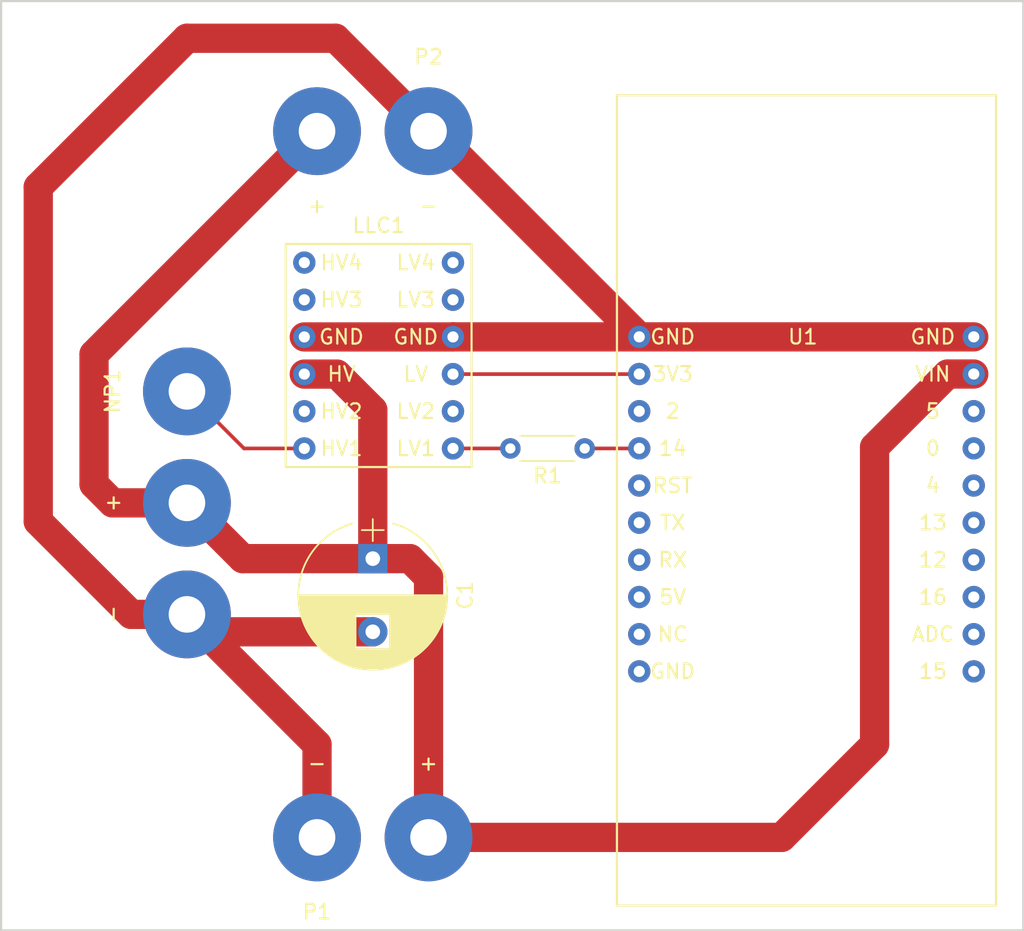
<source format=kicad_pcb>
(kicad_pcb (version 4) (host pcbnew 4.0.4-stable)

  (general
    (links 16)
    (no_connects 0)
    (area 0 0 0 0)
    (thickness 1.6)
    (drawings 4)
    (tracks 42)
    (zones 0)
    (modules 7)
    (nets 28)
  )

  (page A4)
  (layers
    (0 F.Cu signal)
    (31 B.Cu signal)
    (32 B.Adhes user)
    (33 F.Adhes user)
    (34 B.Paste user)
    (35 F.Paste user)
    (36 B.SilkS user)
    (37 F.SilkS user)
    (38 B.Mask user)
    (39 F.Mask user)
    (40 Dwgs.User user)
    (41 Cmts.User user)
    (42 Eco1.User user)
    (43 Eco2.User user)
    (44 Edge.Cuts user)
    (45 Margin user)
    (46 B.CrtYd user)
    (47 F.CrtYd user)
    (48 B.Fab user)
    (49 F.Fab user)
  )

  (setup
    (last_trace_width 0.25)
    (trace_clearance 0.79375)
    (zone_clearance 0.508)
    (zone_45_only no)
    (trace_min 0.2)
    (segment_width 0.2)
    (edge_width 0.15)
    (via_size 0.8)
    (via_drill 0.79375)
    (via_min_size 0.79375)
    (via_min_drill 0.79375)
    (uvia_size 0.8)
    (uvia_drill 0.79375)
    (uvias_allowed no)
    (uvia_min_size 0.7937)
    (uvia_min_drill 0.7937)
    (pcb_text_width 0.3)
    (pcb_text_size 1.5 1.5)
    (mod_edge_width 0.15)
    (mod_text_size 1 1)
    (mod_text_width 0.15)
    (pad_size 1.524 1.524)
    (pad_drill 0.762)
    (pad_to_mask_clearance 0.2)
    (aux_axis_origin 0 0)
    (visible_elements FFFFFF7F)
    (pcbplotparams
      (layerselection 0x00030_80000001)
      (usegerberextensions false)
      (excludeedgelayer true)
      (linewidth 0.100000)
      (plotframeref false)
      (viasonmask false)
      (mode 1)
      (useauxorigin false)
      (hpglpennumber 1)
      (hpglpenspeed 20)
      (hpglpendiameter 15)
      (hpglpenoverlay 2)
      (psnegative false)
      (psa4output false)
      (plotreference true)
      (plotvalue true)
      (plotinvisibletext false)
      (padsonsilk false)
      (subtractmaskfromsilk false)
      (outputformat 1)
      (mirror false)
      (drillshape 1)
      (scaleselection 1)
      (outputdirectory ""))
  )

  (net 0 "")
  (net 1 "Net-(LLC1-PadL1)")
  (net 2 "Net-(LLC1-PadL2)")
  (net 3 "Net-(LLC1-PadL3)")
  (net 4 "Net-(LLC1-PadL5)")
  (net 5 "Net-(LLC1-PadL6)")
  (net 6 "Net-(LLC1-PadR1)")
  (net 7 "Net-(LLC1-PadR2)")
  (net 8 "Net-(LLC1-PadR5)")
  (net 9 "Net-(LLC1-PadR6)")
  (net 10 "Net-(R1-Pad1)")
  (net 11 "Net-(U1-PadR3)")
  (net 12 "Net-(U1-PadR4)")
  (net 13 "Net-(U1-PadR5)")
  (net 14 "Net-(U1-PadR6)")
  (net 15 "Net-(U1-PadR7)")
  (net 16 "Net-(U1-PadR8)")
  (net 17 "Net-(U1-PadR9)")
  (net 18 "Net-(U1-PadR10)")
  (net 19 "Net-(U1-PadL10)")
  (net 20 "Net-(U1-PadL9)")
  (net 21 "Net-(U1-PadL8)")
  (net 22 "Net-(U1-PadL7)")
  (net 23 "Net-(U1-PadL6)")
  (net 24 "Net-(U1-PadL5)")
  (net 25 "Net-(U1-PadL3)")
  (net 26 /5v)
  (net 27 /GND)

  (net_class Default "This is the default net class."
    (clearance 0.79375)
    (trace_width 0.25)
    (via_dia 0.8)
    (via_drill 0.79375)
    (uvia_dia 0.8)
    (uvia_drill 0.79375)
    (add_net "Net-(LLC1-PadL1)")
    (add_net "Net-(LLC1-PadL2)")
    (add_net "Net-(LLC1-PadL3)")
    (add_net "Net-(LLC1-PadL5)")
    (add_net "Net-(LLC1-PadL6)")
    (add_net "Net-(LLC1-PadR1)")
    (add_net "Net-(LLC1-PadR2)")
    (add_net "Net-(LLC1-PadR5)")
    (add_net "Net-(LLC1-PadR6)")
    (add_net "Net-(R1-Pad1)")
    (add_net "Net-(U1-PadL10)")
    (add_net "Net-(U1-PadL3)")
    (add_net "Net-(U1-PadL5)")
    (add_net "Net-(U1-PadL6)")
    (add_net "Net-(U1-PadL7)")
    (add_net "Net-(U1-PadL8)")
    (add_net "Net-(U1-PadL9)")
    (add_net "Net-(U1-PadR10)")
    (add_net "Net-(U1-PadR3)")
    (add_net "Net-(U1-PadR4)")
    (add_net "Net-(U1-PadR5)")
    (add_net "Net-(U1-PadR6)")
    (add_net "Net-(U1-PadR7)")
    (add_net "Net-(U1-PadR8)")
    (add_net "Net-(U1-PadR9)")
  )

  (net_class "High Current" ""
    (clearance 0.79375)
    (trace_width 2)
    (via_dia 0.8)
    (via_drill 0.79375)
    (uvia_dia 0.8)
    (uvia_drill 0.79375)
    (add_net /5v)
    (add_net /GND)
  )

  (module Capacitors_ThroughHole:CP_Radial_D10.0mm_P5.00mm (layer F.Cu) (tedit 597BC7C2) (tstamp 5A0792A1)
    (at 160.02 113.03 270)
    (descr "CP, Radial series, Radial, pin pitch=5.00mm, , diameter=10mm, Electrolytic Capacitor")
    (tags "CP Radial series Radial pin pitch 5.00mm  diameter 10mm Electrolytic Capacitor")
    (path /5A07B05B)
    (fp_text reference C1 (at 2.5 -6.31 270) (layer F.SilkS)
      (effects (font (size 1 1) (thickness 0.15)))
    )
    (fp_text value 1000µF (at 2.5 6.31 270) (layer F.Fab)
      (effects (font (size 1 1) (thickness 0.15)))
    )
    (fp_arc (start 2.5 0) (end -2.399357 -1.38) (angle 148.5) (layer F.SilkS) (width 0.12))
    (fp_arc (start 2.5 0) (end -2.399357 1.38) (angle -148.5) (layer F.SilkS) (width 0.12))
    (fp_arc (start 2.5 0) (end 7.399357 -1.38) (angle 31.5) (layer F.SilkS) (width 0.12))
    (fp_circle (center 2.5 0) (end 7.5 0) (layer F.Fab) (width 0.1))
    (fp_line (start -2.7 0) (end -1.2 0) (layer F.Fab) (width 0.1))
    (fp_line (start -1.95 -0.75) (end -1.95 0.75) (layer F.Fab) (width 0.1))
    (fp_line (start 2.5 -5.05) (end 2.5 5.05) (layer F.SilkS) (width 0.12))
    (fp_line (start 2.54 -5.05) (end 2.54 5.05) (layer F.SilkS) (width 0.12))
    (fp_line (start 2.58 -5.05) (end 2.58 5.05) (layer F.SilkS) (width 0.12))
    (fp_line (start 2.62 -5.049) (end 2.62 5.049) (layer F.SilkS) (width 0.12))
    (fp_line (start 2.66 -5.048) (end 2.66 5.048) (layer F.SilkS) (width 0.12))
    (fp_line (start 2.7 -5.047) (end 2.7 5.047) (layer F.SilkS) (width 0.12))
    (fp_line (start 2.74 -5.045) (end 2.74 5.045) (layer F.SilkS) (width 0.12))
    (fp_line (start 2.78 -5.043) (end 2.78 5.043) (layer F.SilkS) (width 0.12))
    (fp_line (start 2.82 -5.04) (end 2.82 5.04) (layer F.SilkS) (width 0.12))
    (fp_line (start 2.86 -5.038) (end 2.86 5.038) (layer F.SilkS) (width 0.12))
    (fp_line (start 2.9 -5.035) (end 2.9 5.035) (layer F.SilkS) (width 0.12))
    (fp_line (start 2.94 -5.031) (end 2.94 5.031) (layer F.SilkS) (width 0.12))
    (fp_line (start 2.98 -5.028) (end 2.98 5.028) (layer F.SilkS) (width 0.12))
    (fp_line (start 3.02 -5.024) (end 3.02 5.024) (layer F.SilkS) (width 0.12))
    (fp_line (start 3.06 -5.02) (end 3.06 5.02) (layer F.SilkS) (width 0.12))
    (fp_line (start 3.1 -5.015) (end 3.1 5.015) (layer F.SilkS) (width 0.12))
    (fp_line (start 3.14 -5.01) (end 3.14 5.01) (layer F.SilkS) (width 0.12))
    (fp_line (start 3.18 -5.005) (end 3.18 5.005) (layer F.SilkS) (width 0.12))
    (fp_line (start 3.221 -4.999) (end 3.221 4.999) (layer F.SilkS) (width 0.12))
    (fp_line (start 3.261 -4.993) (end 3.261 4.993) (layer F.SilkS) (width 0.12))
    (fp_line (start 3.301 -4.987) (end 3.301 4.987) (layer F.SilkS) (width 0.12))
    (fp_line (start 3.341 -4.981) (end 3.341 4.981) (layer F.SilkS) (width 0.12))
    (fp_line (start 3.381 -4.974) (end 3.381 4.974) (layer F.SilkS) (width 0.12))
    (fp_line (start 3.421 -4.967) (end 3.421 4.967) (layer F.SilkS) (width 0.12))
    (fp_line (start 3.461 -4.959) (end 3.461 4.959) (layer F.SilkS) (width 0.12))
    (fp_line (start 3.501 -4.951) (end 3.501 4.951) (layer F.SilkS) (width 0.12))
    (fp_line (start 3.541 -4.943) (end 3.541 4.943) (layer F.SilkS) (width 0.12))
    (fp_line (start 3.581 -4.935) (end 3.581 4.935) (layer F.SilkS) (width 0.12))
    (fp_line (start 3.621 -4.926) (end 3.621 4.926) (layer F.SilkS) (width 0.12))
    (fp_line (start 3.661 -4.917) (end 3.661 4.917) (layer F.SilkS) (width 0.12))
    (fp_line (start 3.701 -4.907) (end 3.701 4.907) (layer F.SilkS) (width 0.12))
    (fp_line (start 3.741 -4.897) (end 3.741 4.897) (layer F.SilkS) (width 0.12))
    (fp_line (start 3.781 -4.887) (end 3.781 4.887) (layer F.SilkS) (width 0.12))
    (fp_line (start 3.821 -4.876) (end 3.821 -1.181) (layer F.SilkS) (width 0.12))
    (fp_line (start 3.821 1.181) (end 3.821 4.876) (layer F.SilkS) (width 0.12))
    (fp_line (start 3.861 -4.865) (end 3.861 -1.181) (layer F.SilkS) (width 0.12))
    (fp_line (start 3.861 1.181) (end 3.861 4.865) (layer F.SilkS) (width 0.12))
    (fp_line (start 3.901 -4.854) (end 3.901 -1.181) (layer F.SilkS) (width 0.12))
    (fp_line (start 3.901 1.181) (end 3.901 4.854) (layer F.SilkS) (width 0.12))
    (fp_line (start 3.941 -4.843) (end 3.941 -1.181) (layer F.SilkS) (width 0.12))
    (fp_line (start 3.941 1.181) (end 3.941 4.843) (layer F.SilkS) (width 0.12))
    (fp_line (start 3.981 -4.831) (end 3.981 -1.181) (layer F.SilkS) (width 0.12))
    (fp_line (start 3.981 1.181) (end 3.981 4.831) (layer F.SilkS) (width 0.12))
    (fp_line (start 4.021 -4.818) (end 4.021 -1.181) (layer F.SilkS) (width 0.12))
    (fp_line (start 4.021 1.181) (end 4.021 4.818) (layer F.SilkS) (width 0.12))
    (fp_line (start 4.061 -4.806) (end 4.061 -1.181) (layer F.SilkS) (width 0.12))
    (fp_line (start 4.061 1.181) (end 4.061 4.806) (layer F.SilkS) (width 0.12))
    (fp_line (start 4.101 -4.792) (end 4.101 -1.181) (layer F.SilkS) (width 0.12))
    (fp_line (start 4.101 1.181) (end 4.101 4.792) (layer F.SilkS) (width 0.12))
    (fp_line (start 4.141 -4.779) (end 4.141 -1.181) (layer F.SilkS) (width 0.12))
    (fp_line (start 4.141 1.181) (end 4.141 4.779) (layer F.SilkS) (width 0.12))
    (fp_line (start 4.181 -4.765) (end 4.181 -1.181) (layer F.SilkS) (width 0.12))
    (fp_line (start 4.181 1.181) (end 4.181 4.765) (layer F.SilkS) (width 0.12))
    (fp_line (start 4.221 -4.751) (end 4.221 -1.181) (layer F.SilkS) (width 0.12))
    (fp_line (start 4.221 1.181) (end 4.221 4.751) (layer F.SilkS) (width 0.12))
    (fp_line (start 4.261 -4.737) (end 4.261 -1.181) (layer F.SilkS) (width 0.12))
    (fp_line (start 4.261 1.181) (end 4.261 4.737) (layer F.SilkS) (width 0.12))
    (fp_line (start 4.301 -4.722) (end 4.301 -1.181) (layer F.SilkS) (width 0.12))
    (fp_line (start 4.301 1.181) (end 4.301 4.722) (layer F.SilkS) (width 0.12))
    (fp_line (start 4.341 -4.706) (end 4.341 -1.181) (layer F.SilkS) (width 0.12))
    (fp_line (start 4.341 1.181) (end 4.341 4.706) (layer F.SilkS) (width 0.12))
    (fp_line (start 4.381 -4.691) (end 4.381 -1.181) (layer F.SilkS) (width 0.12))
    (fp_line (start 4.381 1.181) (end 4.381 4.691) (layer F.SilkS) (width 0.12))
    (fp_line (start 4.421 -4.674) (end 4.421 -1.181) (layer F.SilkS) (width 0.12))
    (fp_line (start 4.421 1.181) (end 4.421 4.674) (layer F.SilkS) (width 0.12))
    (fp_line (start 4.461 -4.658) (end 4.461 -1.181) (layer F.SilkS) (width 0.12))
    (fp_line (start 4.461 1.181) (end 4.461 4.658) (layer F.SilkS) (width 0.12))
    (fp_line (start 4.501 -4.641) (end 4.501 -1.181) (layer F.SilkS) (width 0.12))
    (fp_line (start 4.501 1.181) (end 4.501 4.641) (layer F.SilkS) (width 0.12))
    (fp_line (start 4.541 -4.624) (end 4.541 -1.181) (layer F.SilkS) (width 0.12))
    (fp_line (start 4.541 1.181) (end 4.541 4.624) (layer F.SilkS) (width 0.12))
    (fp_line (start 4.581 -4.606) (end 4.581 -1.181) (layer F.SilkS) (width 0.12))
    (fp_line (start 4.581 1.181) (end 4.581 4.606) (layer F.SilkS) (width 0.12))
    (fp_line (start 4.621 -4.588) (end 4.621 -1.181) (layer F.SilkS) (width 0.12))
    (fp_line (start 4.621 1.181) (end 4.621 4.588) (layer F.SilkS) (width 0.12))
    (fp_line (start 4.661 -4.569) (end 4.661 -1.181) (layer F.SilkS) (width 0.12))
    (fp_line (start 4.661 1.181) (end 4.661 4.569) (layer F.SilkS) (width 0.12))
    (fp_line (start 4.701 -4.55) (end 4.701 -1.181) (layer F.SilkS) (width 0.12))
    (fp_line (start 4.701 1.181) (end 4.701 4.55) (layer F.SilkS) (width 0.12))
    (fp_line (start 4.741 -4.531) (end 4.741 -1.181) (layer F.SilkS) (width 0.12))
    (fp_line (start 4.741 1.181) (end 4.741 4.531) (layer F.SilkS) (width 0.12))
    (fp_line (start 4.781 -4.511) (end 4.781 -1.181) (layer F.SilkS) (width 0.12))
    (fp_line (start 4.781 1.181) (end 4.781 4.511) (layer F.SilkS) (width 0.12))
    (fp_line (start 4.821 -4.491) (end 4.821 -1.181) (layer F.SilkS) (width 0.12))
    (fp_line (start 4.821 1.181) (end 4.821 4.491) (layer F.SilkS) (width 0.12))
    (fp_line (start 4.861 -4.47) (end 4.861 -1.181) (layer F.SilkS) (width 0.12))
    (fp_line (start 4.861 1.181) (end 4.861 4.47) (layer F.SilkS) (width 0.12))
    (fp_line (start 4.901 -4.449) (end 4.901 -1.181) (layer F.SilkS) (width 0.12))
    (fp_line (start 4.901 1.181) (end 4.901 4.449) (layer F.SilkS) (width 0.12))
    (fp_line (start 4.941 -4.428) (end 4.941 -1.181) (layer F.SilkS) (width 0.12))
    (fp_line (start 4.941 1.181) (end 4.941 4.428) (layer F.SilkS) (width 0.12))
    (fp_line (start 4.981 -4.405) (end 4.981 -1.181) (layer F.SilkS) (width 0.12))
    (fp_line (start 4.981 1.181) (end 4.981 4.405) (layer F.SilkS) (width 0.12))
    (fp_line (start 5.021 -4.383) (end 5.021 -1.181) (layer F.SilkS) (width 0.12))
    (fp_line (start 5.021 1.181) (end 5.021 4.383) (layer F.SilkS) (width 0.12))
    (fp_line (start 5.061 -4.36) (end 5.061 -1.181) (layer F.SilkS) (width 0.12))
    (fp_line (start 5.061 1.181) (end 5.061 4.36) (layer F.SilkS) (width 0.12))
    (fp_line (start 5.101 -4.336) (end 5.101 -1.181) (layer F.SilkS) (width 0.12))
    (fp_line (start 5.101 1.181) (end 5.101 4.336) (layer F.SilkS) (width 0.12))
    (fp_line (start 5.141 -4.312) (end 5.141 -1.181) (layer F.SilkS) (width 0.12))
    (fp_line (start 5.141 1.181) (end 5.141 4.312) (layer F.SilkS) (width 0.12))
    (fp_line (start 5.181 -4.288) (end 5.181 -1.181) (layer F.SilkS) (width 0.12))
    (fp_line (start 5.181 1.181) (end 5.181 4.288) (layer F.SilkS) (width 0.12))
    (fp_line (start 5.221 -4.263) (end 5.221 -1.181) (layer F.SilkS) (width 0.12))
    (fp_line (start 5.221 1.181) (end 5.221 4.263) (layer F.SilkS) (width 0.12))
    (fp_line (start 5.261 -4.237) (end 5.261 -1.181) (layer F.SilkS) (width 0.12))
    (fp_line (start 5.261 1.181) (end 5.261 4.237) (layer F.SilkS) (width 0.12))
    (fp_line (start 5.301 -4.211) (end 5.301 -1.181) (layer F.SilkS) (width 0.12))
    (fp_line (start 5.301 1.181) (end 5.301 4.211) (layer F.SilkS) (width 0.12))
    (fp_line (start 5.341 -4.185) (end 5.341 -1.181) (layer F.SilkS) (width 0.12))
    (fp_line (start 5.341 1.181) (end 5.341 4.185) (layer F.SilkS) (width 0.12))
    (fp_line (start 5.381 -4.157) (end 5.381 -1.181) (layer F.SilkS) (width 0.12))
    (fp_line (start 5.381 1.181) (end 5.381 4.157) (layer F.SilkS) (width 0.12))
    (fp_line (start 5.421 -4.13) (end 5.421 -1.181) (layer F.SilkS) (width 0.12))
    (fp_line (start 5.421 1.181) (end 5.421 4.13) (layer F.SilkS) (width 0.12))
    (fp_line (start 5.461 -4.101) (end 5.461 -1.181) (layer F.SilkS) (width 0.12))
    (fp_line (start 5.461 1.181) (end 5.461 4.101) (layer F.SilkS) (width 0.12))
    (fp_line (start 5.501 -4.072) (end 5.501 -1.181) (layer F.SilkS) (width 0.12))
    (fp_line (start 5.501 1.181) (end 5.501 4.072) (layer F.SilkS) (width 0.12))
    (fp_line (start 5.541 -4.043) (end 5.541 -1.181) (layer F.SilkS) (width 0.12))
    (fp_line (start 5.541 1.181) (end 5.541 4.043) (layer F.SilkS) (width 0.12))
    (fp_line (start 5.581 -4.013) (end 5.581 -1.181) (layer F.SilkS) (width 0.12))
    (fp_line (start 5.581 1.181) (end 5.581 4.013) (layer F.SilkS) (width 0.12))
    (fp_line (start 5.621 -3.982) (end 5.621 -1.181) (layer F.SilkS) (width 0.12))
    (fp_line (start 5.621 1.181) (end 5.621 3.982) (layer F.SilkS) (width 0.12))
    (fp_line (start 5.661 -3.951) (end 5.661 -1.181) (layer F.SilkS) (width 0.12))
    (fp_line (start 5.661 1.181) (end 5.661 3.951) (layer F.SilkS) (width 0.12))
    (fp_line (start 5.701 -3.919) (end 5.701 -1.181) (layer F.SilkS) (width 0.12))
    (fp_line (start 5.701 1.181) (end 5.701 3.919) (layer F.SilkS) (width 0.12))
    (fp_line (start 5.741 -3.886) (end 5.741 -1.181) (layer F.SilkS) (width 0.12))
    (fp_line (start 5.741 1.181) (end 5.741 3.886) (layer F.SilkS) (width 0.12))
    (fp_line (start 5.781 -3.853) (end 5.781 -1.181) (layer F.SilkS) (width 0.12))
    (fp_line (start 5.781 1.181) (end 5.781 3.853) (layer F.SilkS) (width 0.12))
    (fp_line (start 5.821 -3.819) (end 5.821 -1.181) (layer F.SilkS) (width 0.12))
    (fp_line (start 5.821 1.181) (end 5.821 3.819) (layer F.SilkS) (width 0.12))
    (fp_line (start 5.861 -3.784) (end 5.861 -1.181) (layer F.SilkS) (width 0.12))
    (fp_line (start 5.861 1.181) (end 5.861 3.784) (layer F.SilkS) (width 0.12))
    (fp_line (start 5.901 -3.748) (end 5.901 -1.181) (layer F.SilkS) (width 0.12))
    (fp_line (start 5.901 1.181) (end 5.901 3.748) (layer F.SilkS) (width 0.12))
    (fp_line (start 5.941 -3.712) (end 5.941 -1.181) (layer F.SilkS) (width 0.12))
    (fp_line (start 5.941 1.181) (end 5.941 3.712) (layer F.SilkS) (width 0.12))
    (fp_line (start 5.981 -3.675) (end 5.981 -1.181) (layer F.SilkS) (width 0.12))
    (fp_line (start 5.981 1.181) (end 5.981 3.675) (layer F.SilkS) (width 0.12))
    (fp_line (start 6.021 -3.637) (end 6.021 -1.181) (layer F.SilkS) (width 0.12))
    (fp_line (start 6.021 1.181) (end 6.021 3.637) (layer F.SilkS) (width 0.12))
    (fp_line (start 6.061 -3.598) (end 6.061 -1.181) (layer F.SilkS) (width 0.12))
    (fp_line (start 6.061 1.181) (end 6.061 3.598) (layer F.SilkS) (width 0.12))
    (fp_line (start 6.101 -3.559) (end 6.101 -1.181) (layer F.SilkS) (width 0.12))
    (fp_line (start 6.101 1.181) (end 6.101 3.559) (layer F.SilkS) (width 0.12))
    (fp_line (start 6.141 -3.518) (end 6.141 -1.181) (layer F.SilkS) (width 0.12))
    (fp_line (start 6.141 1.181) (end 6.141 3.518) (layer F.SilkS) (width 0.12))
    (fp_line (start 6.181 -3.477) (end 6.181 3.477) (layer F.SilkS) (width 0.12))
    (fp_line (start 6.221 -3.435) (end 6.221 3.435) (layer F.SilkS) (width 0.12))
    (fp_line (start 6.261 -3.391) (end 6.261 3.391) (layer F.SilkS) (width 0.12))
    (fp_line (start 6.301 -3.347) (end 6.301 3.347) (layer F.SilkS) (width 0.12))
    (fp_line (start 6.341 -3.302) (end 6.341 3.302) (layer F.SilkS) (width 0.12))
    (fp_line (start 6.381 -3.255) (end 6.381 3.255) (layer F.SilkS) (width 0.12))
    (fp_line (start 6.421 -3.207) (end 6.421 3.207) (layer F.SilkS) (width 0.12))
    (fp_line (start 6.461 -3.158) (end 6.461 3.158) (layer F.SilkS) (width 0.12))
    (fp_line (start 6.501 -3.108) (end 6.501 3.108) (layer F.SilkS) (width 0.12))
    (fp_line (start 6.541 -3.057) (end 6.541 3.057) (layer F.SilkS) (width 0.12))
    (fp_line (start 6.581 -3.004) (end 6.581 3.004) (layer F.SilkS) (width 0.12))
    (fp_line (start 6.621 -2.949) (end 6.621 2.949) (layer F.SilkS) (width 0.12))
    (fp_line (start 6.661 -2.894) (end 6.661 2.894) (layer F.SilkS) (width 0.12))
    (fp_line (start 6.701 -2.836) (end 6.701 2.836) (layer F.SilkS) (width 0.12))
    (fp_line (start 6.741 -2.777) (end 6.741 2.777) (layer F.SilkS) (width 0.12))
    (fp_line (start 6.781 -2.715) (end 6.781 2.715) (layer F.SilkS) (width 0.12))
    (fp_line (start 6.821 -2.652) (end 6.821 2.652) (layer F.SilkS) (width 0.12))
    (fp_line (start 6.861 -2.587) (end 6.861 2.587) (layer F.SilkS) (width 0.12))
    (fp_line (start 6.901 -2.519) (end 6.901 2.519) (layer F.SilkS) (width 0.12))
    (fp_line (start 6.941 -2.449) (end 6.941 2.449) (layer F.SilkS) (width 0.12))
    (fp_line (start 6.981 -2.377) (end 6.981 2.377) (layer F.SilkS) (width 0.12))
    (fp_line (start 7.021 -2.301) (end 7.021 2.301) (layer F.SilkS) (width 0.12))
    (fp_line (start 7.061 -2.222) (end 7.061 2.222) (layer F.SilkS) (width 0.12))
    (fp_line (start 7.101 -2.14) (end 7.101 2.14) (layer F.SilkS) (width 0.12))
    (fp_line (start 7.141 -2.053) (end 7.141 2.053) (layer F.SilkS) (width 0.12))
    (fp_line (start 7.181 -1.962) (end 7.181 1.962) (layer F.SilkS) (width 0.12))
    (fp_line (start 7.221 -1.866) (end 7.221 1.866) (layer F.SilkS) (width 0.12))
    (fp_line (start 7.261 -1.763) (end 7.261 1.763) (layer F.SilkS) (width 0.12))
    (fp_line (start 7.301 -1.654) (end 7.301 1.654) (layer F.SilkS) (width 0.12))
    (fp_line (start 7.341 -1.536) (end 7.341 1.536) (layer F.SilkS) (width 0.12))
    (fp_line (start 7.381 -1.407) (end 7.381 1.407) (layer F.SilkS) (width 0.12))
    (fp_line (start 7.421 -1.265) (end 7.421 1.265) (layer F.SilkS) (width 0.12))
    (fp_line (start 7.461 -1.104) (end 7.461 1.104) (layer F.SilkS) (width 0.12))
    (fp_line (start 7.501 -0.913) (end 7.501 0.913) (layer F.SilkS) (width 0.12))
    (fp_line (start 7.541 -0.672) (end 7.541 0.672) (layer F.SilkS) (width 0.12))
    (fp_line (start 7.581 -0.279) (end 7.581 0.279) (layer F.SilkS) (width 0.12))
    (fp_line (start -2.7 0) (end -1.2 0) (layer F.SilkS) (width 0.12))
    (fp_line (start -1.95 -0.75) (end -1.95 0.75) (layer F.SilkS) (width 0.12))
    (fp_line (start -2.85 -5.35) (end -2.85 5.35) (layer F.CrtYd) (width 0.05))
    (fp_line (start -2.85 5.35) (end 7.85 5.35) (layer F.CrtYd) (width 0.05))
    (fp_line (start 7.85 5.35) (end 7.85 -5.35) (layer F.CrtYd) (width 0.05))
    (fp_line (start 7.85 -5.35) (end -2.85 -5.35) (layer F.CrtYd) (width 0.05))
    (fp_text user %R (at 2.5 0 270) (layer F.Fab)
      (effects (font (size 1 1) (thickness 0.15)))
    )
    (pad 1 thru_hole rect (at 0 0 270) (size 2 2) (drill 1) (layers *.Cu *.Mask)
      (net 26 /5v))
    (pad 2 thru_hole circle (at 5 0 270) (size 2 2) (drill 1) (layers *.Cu *.Mask)
      (net 27 /GND))
    (model ${KISYS3DMOD}/Capacitors_THT.3dshapes/CP_Radial_D10.0mm_P5.00mm.wrl
      (at (xyz 0 0 0))
      (scale (xyz 1 1 1))
      (rotate (xyz 0 0 0))
    )
  )

  (module gbfs_display:Logic_Level_Bidirectional (layer F.Cu) (tedit 5A07867A) (tstamp 5A0792C1)
    (at 165.5 105.5 180)
    (path /5A07797C)
    (fp_text reference LLC1 (at 5.08 15.24 180) (layer F.SilkS)
      (effects (font (size 1 1) (thickness 0.15)))
    )
    (fp_text value Logic_Level_BiDirectional (at 5.08 -2.54 180) (layer F.Fab)
      (effects (font (size 1 1) (thickness 0.15)))
    )
    (fp_text user LV1 (at 2.54 0 180) (layer F.SilkS)
      (effects (font (size 1 1) (thickness 0.15)))
    )
    (fp_text user LV2 (at 2.54 2.54 180) (layer F.SilkS)
      (effects (font (size 1 1) (thickness 0.15)))
    )
    (fp_text user LV (at 2.54 5.08 180) (layer F.SilkS)
      (effects (font (size 1 1) (thickness 0.15)))
    )
    (fp_text user GND (at 2.54 7.62 180) (layer F.SilkS)
      (effects (font (size 1 1) (thickness 0.15)))
    )
    (fp_text user LV3 (at 2.54 10.16 180) (layer F.SilkS)
      (effects (font (size 1 1) (thickness 0.15)))
    )
    (fp_text user LV4 (at 2.54 12.7 180) (layer F.SilkS)
      (effects (font (size 1 1) (thickness 0.15)))
    )
    (fp_text user HV4 (at 7.62 12.7 180) (layer F.SilkS)
      (effects (font (size 1 1) (thickness 0.15)))
    )
    (fp_text user HV3 (at 7.62 10.16 180) (layer F.SilkS)
      (effects (font (size 1 1) (thickness 0.15)))
    )
    (fp_text user GND (at 7.62 7.62 180) (layer F.SilkS)
      (effects (font (size 1 1) (thickness 0.15)))
    )
    (fp_text user HV (at 7.62 5.08 180) (layer F.SilkS)
      (effects (font (size 1 1) (thickness 0.15)))
    )
    (fp_text user HV2 (at 7.62 2.54 180) (layer F.SilkS)
      (effects (font (size 1 1) (thickness 0.15)))
    )
    (fp_text user HV1 (at 7.62 0 180) (layer F.SilkS)
      (effects (font (size 1 1) (thickness 0.15)))
    )
    (fp_line (start -1.27 13.97) (end -1.27 -1.27) (layer F.SilkS) (width 0.15))
    (fp_line (start 11.43 -1.27) (end 11.43 13.97) (layer F.SilkS) (width 0.15))
    (fp_line (start -1.27 -1.27) (end 11.43 -1.27) (layer F.SilkS) (width 0.15))
    (fp_line (start 11.43 13.97) (end -1.27 13.97) (layer F.SilkS) (width 0.15))
    (pad L1 thru_hole circle (at 0 0 180) (size 1.524 1.524) (drill 0.762) (layers *.Cu *.Mask)
      (net 1 "Net-(LLC1-PadL1)"))
    (pad L2 thru_hole circle (at 0 2.54 180) (size 1.524 1.524) (drill 0.762) (layers *.Cu *.Mask)
      (net 2 "Net-(LLC1-PadL2)"))
    (pad L3 thru_hole circle (at 0 5.08 180) (size 1.524 1.524) (drill 0.762) (layers *.Cu *.Mask)
      (net 3 "Net-(LLC1-PadL3)"))
    (pad L4 thru_hole circle (at 0 7.62 180) (size 1.524 1.524) (drill 0.762) (layers *.Cu *.Mask)
      (net 27 /GND))
    (pad L5 thru_hole circle (at 0 10.16 180) (size 1.524 1.524) (drill 0.762) (layers *.Cu *.Mask)
      (net 4 "Net-(LLC1-PadL5)"))
    (pad L6 thru_hole circle (at 0 12.7 180) (size 1.524 1.524) (drill 0.762) (layers *.Cu *.Mask)
      (net 5 "Net-(LLC1-PadL6)"))
    (pad R1 thru_hole circle (at 10.16 0 180) (size 1.524 1.524) (drill 0.762) (layers *.Cu *.Mask)
      (net 6 "Net-(LLC1-PadR1)"))
    (pad R2 thru_hole circle (at 10.16 2.54 180) (size 1.524 1.524) (drill 0.762) (layers *.Cu *.Mask)
      (net 7 "Net-(LLC1-PadR2)"))
    (pad R3 thru_hole circle (at 10.16 5.08 180) (size 1.524 1.524) (drill 0.762) (layers *.Cu *.Mask)
      (net 26 /5v))
    (pad R4 thru_hole circle (at 10.16 7.62 180) (size 1.524 1.524) (drill 0.762) (layers *.Cu *.Mask)
      (net 27 /GND))
    (pad R5 thru_hole circle (at 10.16 10.16 180) (size 1.524 1.524) (drill 0.762) (layers *.Cu *.Mask)
      (net 8 "Net-(LLC1-PadR5)"))
    (pad R6 thru_hole circle (at 10.16 12.7 180) (size 1.524 1.524) (drill 0.762) (layers *.Cu *.Mask)
      (net 9 "Net-(LLC1-PadR6)"))
  )

  (module gbfs_display:NeoConnect_SolderWirePad_3x_2-5mmDrill (layer F.Cu) (tedit 5A078A9E) (tstamp 5A0792CA)
    (at 147.32 109.22 90)
    (path /5A077C81)
    (fp_text reference NP1 (at 7.62 -5.08 90) (layer F.SilkS)
      (effects (font (size 1 1) (thickness 0.15)))
    )
    (fp_text value Neopixel (at 0.635 4.445 90) (layer F.Fab)
      (effects (font (size 1 1) (thickness 0.15)))
    )
    (fp_text user + (at 0 -5.08 90) (layer F.SilkS)
      (effects (font (size 1 1) (thickness 0.15)))
    )
    (fp_text user - (at -7.62 -5.08 90) (layer F.SilkS)
      (effects (font (size 1 1) (thickness 0.15)))
    )
    (pad 1 thru_hole circle (at -7.62 0 90) (size 5.99948 5.99948) (drill 2.49936) (layers *.Cu *.Mask)
      (net 27 /GND))
    (pad 2 thru_hole circle (at 0 0 90) (size 5.99948 5.99948) (drill 2.49936) (layers *.Cu *.Mask)
      (net 26 /5v))
    (pad 3 thru_hole circle (at 7.62 0 90) (size 5.99948 5.99948) (drill 2.49936) (layers *.Cu *.Mask)
      (net 6 "Net-(LLC1-PadR1)"))
  )

  (module Resistors_ThroughHole:R_Axial_DIN0204_L3.6mm_D1.6mm_P5.08mm_Horizontal (layer F.Cu) (tedit 5874F706) (tstamp 5A0792D0)
    (at 174.5 105.5 180)
    (descr "Resistor, Axial_DIN0204 series, Axial, Horizontal, pin pitch=5.08mm, 0.16666666666666666W = 1/6W, length*diameter=3.6*1.6mm^2, http://cdn-reichelt.de/documents/datenblatt/B400/1_4W%23YAG.pdf")
    (tags "Resistor Axial_DIN0204 series Axial Horizontal pin pitch 5.08mm 0.16666666666666666W = 1/6W length 3.6mm diameter 1.6mm")
    (path /5A07B57F)
    (fp_text reference R1 (at 2.54 -1.86 180) (layer F.SilkS)
      (effects (font (size 1 1) (thickness 0.15)))
    )
    (fp_text value 470Ω (at 2.54 1.86 180) (layer F.Fab)
      (effects (font (size 1 1) (thickness 0.15)))
    )
    (fp_line (start 0.74 -0.8) (end 0.74 0.8) (layer F.Fab) (width 0.1))
    (fp_line (start 0.74 0.8) (end 4.34 0.8) (layer F.Fab) (width 0.1))
    (fp_line (start 4.34 0.8) (end 4.34 -0.8) (layer F.Fab) (width 0.1))
    (fp_line (start 4.34 -0.8) (end 0.74 -0.8) (layer F.Fab) (width 0.1))
    (fp_line (start 0 0) (end 0.74 0) (layer F.Fab) (width 0.1))
    (fp_line (start 5.08 0) (end 4.34 0) (layer F.Fab) (width 0.1))
    (fp_line (start 0.68 -0.86) (end 4.4 -0.86) (layer F.SilkS) (width 0.12))
    (fp_line (start 0.68 0.86) (end 4.4 0.86) (layer F.SilkS) (width 0.12))
    (fp_line (start -0.95 -1.15) (end -0.95 1.15) (layer F.CrtYd) (width 0.05))
    (fp_line (start -0.95 1.15) (end 6.05 1.15) (layer F.CrtYd) (width 0.05))
    (fp_line (start 6.05 1.15) (end 6.05 -1.15) (layer F.CrtYd) (width 0.05))
    (fp_line (start 6.05 -1.15) (end -0.95 -1.15) (layer F.CrtYd) (width 0.05))
    (pad 1 thru_hole circle (at 0 0 180) (size 1.4 1.4) (drill 0.7) (layers *.Cu *.Mask)
      (net 10 "Net-(R1-Pad1)"))
    (pad 2 thru_hole oval (at 5.08 0 180) (size 1.4 1.4) (drill 0.7) (layers *.Cu *.Mask)
      (net 1 "Net-(LLC1-PadL1)"))
    (model ${KISYS3DMOD}/Resistors_THT.3dshapes/R_Axial_DIN0204_L3.6mm_D1.6mm_P5.08mm_Horizontal.wrl
      (at (xyz 0 0 0))
      (scale (xyz 0.393701 0.393701 0.393701))
      (rotate (xyz 0 0 0))
    )
  )

  (module gbfs_display:esp8266_thing (layer F.Cu) (tedit 5A077FA8) (tstamp 5A079300)
    (at 177.975 97.875)
    (path /5A077711)
    (fp_text reference U1 (at 11.43 0) (layer F.SilkS)
      (effects (font (size 1 1) (thickness 0.15)))
    )
    (fp_text value esp8266_thing_dev (at 11.684 -3.04) (layer F.Fab)
      (effects (font (size 1 1) (thickness 0.15)))
    )
    (fp_text user GND (at 20.32 0) (layer F.SilkS)
      (effects (font (size 1 1) (thickness 0.15)))
    )
    (fp_text user VIN (at 20.32 2.54) (layer F.SilkS)
      (effects (font (size 1 1) (thickness 0.15)))
    )
    (fp_text user 5 (at 20.32 5.08) (layer F.SilkS)
      (effects (font (size 1 1) (thickness 0.15)))
    )
    (fp_text user 0 (at 20.32 7.62) (layer F.SilkS)
      (effects (font (size 1 1) (thickness 0.15)))
    )
    (fp_text user 4 (at 20.32 10.16) (layer F.SilkS)
      (effects (font (size 1 1) (thickness 0.15)))
    )
    (fp_text user 13 (at 20.32 12.7) (layer F.SilkS)
      (effects (font (size 1 1) (thickness 0.15)))
    )
    (fp_text user 12 (at 20.32 15.24) (layer F.SilkS)
      (effects (font (size 1 1) (thickness 0.15)))
    )
    (fp_text user 16 (at 20.32 17.78) (layer F.SilkS)
      (effects (font (size 1 1) (thickness 0.15)))
    )
    (fp_text user ADC (at 20.32 20.32) (layer F.SilkS)
      (effects (font (size 1 1) (thickness 0.15)))
    )
    (fp_text user 15 (at 20.32 22.86) (layer F.SilkS)
      (effects (font (size 1 1) (thickness 0.15)))
    )
    (fp_text user GND (at 2.54 22.86) (layer F.SilkS)
      (effects (font (size 1 1) (thickness 0.15)))
    )
    (fp_text user NC (at 2.54 20.32) (layer F.SilkS)
      (effects (font (size 1 1) (thickness 0.15)))
    )
    (fp_text user 5V (at 2.54 17.78) (layer F.SilkS)
      (effects (font (size 1 1) (thickness 0.15)))
    )
    (fp_text user RX (at 2.54 15.24) (layer F.SilkS)
      (effects (font (size 1 1) (thickness 0.15)))
    )
    (fp_text user TX (at 2.54 12.7) (layer F.SilkS)
      (effects (font (size 1 1) (thickness 0.15)))
    )
    (fp_text user RST (at 2.54 10.16) (layer F.SilkS)
      (effects (font (size 1 1) (thickness 0.15)))
    )
    (fp_text user 14 (at 2.54 7.62) (layer F.SilkS)
      (effects (font (size 1 1) (thickness 0.15)))
    )
    (fp_text user 2 (at 2.54 5.08) (layer F.SilkS)
      (effects (font (size 1 1) (thickness 0.15)))
    )
    (fp_text user 3V3 (at 2.54 2.54) (layer F.SilkS)
      (effects (font (size 1 1) (thickness 0.15)))
    )
    (fp_text user GND (at 2.54 0) (layer F.SilkS)
      (effects (font (size 1 1) (thickness 0.15)))
    )
    (fp_line (start -1.27 -16.51) (end 24.638 -16.51) (layer F.SilkS) (width 0.15))
    (fp_line (start 24.638 -16.51) (end 24.638 38.862) (layer F.SilkS) (width 0.15))
    (fp_line (start 24.638 38.862) (end -1.27 38.862) (layer F.SilkS) (width 0.15))
    (fp_line (start -1.27 38.862) (end -1.27 -16.51) (layer F.SilkS) (width 0.15))
    (pad R1 thru_hole circle (at 23.114 0) (size 1.524 1.524) (drill 0.762) (layers *.Cu *.Mask)
      (net 27 /GND))
    (pad R2 thru_hole circle (at 23.114 2.54) (size 1.524 1.524) (drill 0.762) (layers *.Cu *.Mask)
      (net 26 /5v))
    (pad R3 thru_hole circle (at 23.114 5.08) (size 1.524 1.524) (drill 0.762) (layers *.Cu *.Mask)
      (net 11 "Net-(U1-PadR3)"))
    (pad R4 thru_hole circle (at 23.114 7.62) (size 1.524 1.524) (drill 0.762) (layers *.Cu *.Mask)
      (net 12 "Net-(U1-PadR4)"))
    (pad R5 thru_hole circle (at 23.114 10.16) (size 1.524 1.524) (drill 0.762) (layers *.Cu *.Mask)
      (net 13 "Net-(U1-PadR5)"))
    (pad R6 thru_hole circle (at 23.114 12.7) (size 1.524 1.524) (drill 0.762) (layers *.Cu *.Mask)
      (net 14 "Net-(U1-PadR6)"))
    (pad R7 thru_hole circle (at 23.114 15.24) (size 1.524 1.524) (drill 0.762) (layers *.Cu *.Mask)
      (net 15 "Net-(U1-PadR7)"))
    (pad R8 thru_hole circle (at 23.114 17.78) (size 1.524 1.524) (drill 0.762) (layers *.Cu *.Mask)
      (net 16 "Net-(U1-PadR8)"))
    (pad R9 thru_hole circle (at 23.114 20.32) (size 1.524 1.524) (drill 0.762) (layers *.Cu *.Mask)
      (net 17 "Net-(U1-PadR9)"))
    (pad R10 thru_hole circle (at 23.114 22.86) (size 1.524 1.524) (drill 0.762) (layers *.Cu *.Mask)
      (net 18 "Net-(U1-PadR10)"))
    (pad L10 thru_hole circle (at 0.254 22.86) (size 1.524 1.524) (drill 0.762) (layers *.Cu *.Mask)
      (net 19 "Net-(U1-PadL10)"))
    (pad L9 thru_hole circle (at 0.254 20.32) (size 1.524 1.524) (drill 0.762) (layers *.Cu *.Mask)
      (net 20 "Net-(U1-PadL9)"))
    (pad L8 thru_hole circle (at 0.254 17.78) (size 1.524 1.524) (drill 0.762) (layers *.Cu *.Mask)
      (net 21 "Net-(U1-PadL8)"))
    (pad L7 thru_hole circle (at 0.254 15.24) (size 1.524 1.524) (drill 0.762) (layers *.Cu *.Mask)
      (net 22 "Net-(U1-PadL7)"))
    (pad L6 thru_hole circle (at 0.254 12.7) (size 1.524 1.524) (drill 0.762) (layers *.Cu *.Mask)
      (net 23 "Net-(U1-PadL6)"))
    (pad L5 thru_hole circle (at 0.254 10.16) (size 1.524 1.524) (drill 0.762) (layers *.Cu *.Mask)
      (net 24 "Net-(U1-PadL5)"))
    (pad L4 thru_hole circle (at 0.254 7.62) (size 1.524 1.524) (drill 0.762) (layers *.Cu *.Mask)
      (net 10 "Net-(R1-Pad1)"))
    (pad L3 thru_hole circle (at 0.254 5.08) (size 1.524 1.524) (drill 0.762) (layers *.Cu *.Mask)
      (net 25 "Net-(U1-PadL3)"))
    (pad L2 thru_hole circle (at 0.254 2.54) (size 1.524 1.524) (drill 0.762) (layers *.Cu *.Mask)
      (net 3 "Net-(LLC1-PadL3)"))
    (pad L1 thru_hole circle (at 0.254 0) (size 1.524 1.524) (drill 0.762) (layers *.Cu *.Mask)
      (net 27 /GND))
  )

  (module gbfs_display:Power_SolderWirePad_2x_2-5mmDrill (layer F.Cu) (tedit 5A078D37) (tstamp 5A0795A2)
    (at 163.83 132.08)
    (path /5A07C2BB)
    (fp_text reference P1 (at -7.62 5.08) (layer F.SilkS)
      (effects (font (size 1 1) (thickness 0.15)))
    )
    (fp_text value power (at 0 5.08) (layer F.Fab)
      (effects (font (size 1 1) (thickness 0.15)))
    )
    (fp_text user + (at 0 -5.08) (layer F.SilkS)
      (effects (font (size 1 1) (thickness 0.15)))
    )
    (fp_text user - (at -7.62 -5.08) (layer F.SilkS)
      (effects (font (size 1 1) (thickness 0.15)))
    )
    (pad 1 thru_hole circle (at -7.62 0) (size 5.99948 5.99948) (drill 2.49936) (layers *.Cu *.Mask)
      (net 27 /GND))
    (pad 2 thru_hole circle (at 0 0) (size 5.99948 5.99948) (drill 2.49936) (layers *.Cu *.Mask)
      (net 26 /5v))
  )

  (module gbfs_display:Power_SolderWirePad_2x_2-5mmDrill (layer F.Cu) (tedit 5A078D37) (tstamp 5A0795AA)
    (at 156.21 83.82 180)
    (path /5A07C552)
    (fp_text reference P2 (at -7.62 5.08 180) (layer F.SilkS)
      (effects (font (size 1 1) (thickness 0.15)))
    )
    (fp_text value power (at 0 5.08 180) (layer F.Fab)
      (effects (font (size 1 1) (thickness 0.15)))
    )
    (fp_text user + (at 0 -5.08 180) (layer F.SilkS)
      (effects (font (size 1 1) (thickness 0.15)))
    )
    (fp_text user - (at -7.62 -5.08 180) (layer F.SilkS)
      (effects (font (size 1 1) (thickness 0.15)))
    )
    (pad 1 thru_hole circle (at -7.62 0 180) (size 5.99948 5.99948) (drill 2.49936) (layers *.Cu *.Mask)
      (net 27 /GND))
    (pad 2 thru_hole circle (at 0 0 180) (size 5.99948 5.99948) (drill 2.49936) (layers *.Cu *.Mask)
      (net 26 /5v))
  )

  (gr_line (start 134.62 138.43) (end 134.62 74.93) (angle 90) (layer Edge.Cuts) (width 0.15))
  (gr_line (start 204.47 138.43) (end 134.62 138.43) (angle 90) (layer Edge.Cuts) (width 0.15))
  (gr_line (start 204.47 74.93) (end 204.47 138.43) (angle 90) (layer Edge.Cuts) (width 0.15))
  (gr_line (start 134.62 74.93) (end 204.47 74.93) (angle 90) (layer Edge.Cuts) (width 0.15))

  (segment (start 169.42 105.5) (end 165.5 105.5) (width 0.25) (layer F.Cu) (net 1))
  (segment (start 165.5 100.42) (end 178.224 100.42) (width 0.25) (layer F.Cu) (net 3))
  (segment (start 178.224 100.42) (end 178.229 100.415) (width 0.25) (layer F.Cu) (net 3) (tstamp 5A079402))
  (segment (start 155.34 105.5) (end 151.22 105.5) (width 0.25) (layer F.Cu) (net 6))
  (segment (start 151.22 105.5) (end 147.32 101.6) (width 0.25) (layer F.Cu) (net 6) (tstamp 5A0796C5))
  (segment (start 174.5 105.5) (end 178.224 105.5) (width 0.25) (layer F.Cu) (net 10))
  (segment (start 178.224 105.5) (end 178.229 105.495) (width 0.25) (layer F.Cu) (net 10) (tstamp 5A0793FD))
  (segment (start 160.02 113.03) (end 162.56 113.03) (width 2) (layer F.Cu) (net 26))
  (segment (start 163.83 114.3) (end 163.83 132.08) (width 2) (layer F.Cu) (net 26) (tstamp 5A079757))
  (segment (start 162.56 113.03) (end 163.83 114.3) (width 2) (layer F.Cu) (net 26) (tstamp 5A079756))
  (segment (start 160.02 113.03) (end 160.02 102.87) (width 2) (layer F.Cu) (net 26))
  (segment (start 157.57 100.42) (end 155.34 100.42) (width 2) (layer F.Cu) (net 26) (tstamp 5A079753))
  (segment (start 160.02 102.87) (end 157.57 100.42) (width 2) (layer F.Cu) (net 26) (tstamp 5A079752))
  (segment (start 156.21 83.82) (end 140.97 99.06) (width 2) (layer F.Cu) (net 26))
  (segment (start 142.24 109.22) (end 147.32 109.22) (width 2) (layer F.Cu) (net 26) (tstamp 5A079745))
  (segment (start 140.97 107.95) (end 142.24 109.22) (width 2) (layer F.Cu) (net 26) (tstamp 5A079744))
  (segment (start 140.97 99.06) (end 140.97 107.95) (width 2) (layer F.Cu) (net 26) (tstamp 5A079743))
  (segment (start 201.089 100.415) (end 199.305 100.415) (width 2) (layer F.Cu) (net 26))
  (segment (start 199.305 100.415) (end 194.31 105.41) (width 2) (layer F.Cu) (net 26) (tstamp 5A079738))
  (segment (start 194.31 105.41) (end 194.31 125.73) (width 2) (layer F.Cu) (net 26) (tstamp 5A079739))
  (segment (start 194.31 125.73) (end 187.96 132.08) (width 2) (layer F.Cu) (net 26) (tstamp 5A07973A))
  (segment (start 187.96 132.08) (end 163.83 132.08) (width 2) (layer F.Cu) (net 26) (tstamp 5A07973B))
  (segment (start 160.02 113.03) (end 151.13 113.03) (width 2) (layer F.Cu) (net 26))
  (segment (start 151.13 113.03) (end 147.32 109.22) (width 2) (layer F.Cu) (net 26) (tstamp 5A07964A))
  (segment (start 147.32 116.84) (end 143.51 116.84) (width 2) (layer F.Cu) (net 27))
  (segment (start 157.48 77.47) (end 163.83 83.82) (width 2) (layer F.Cu) (net 27) (tstamp 5A079763))
  (segment (start 147.32 77.47) (end 157.48 77.47) (width 2) (layer F.Cu) (net 27) (tstamp 5A079761))
  (segment (start 137.16 87.63) (end 147.32 77.47) (width 2) (layer F.Cu) (net 27) (tstamp 5A07975F))
  (segment (start 137.16 110.49) (end 137.16 87.63) (width 2) (layer F.Cu) (net 27) (tstamp 5A07975E))
  (segment (start 143.51 116.84) (end 137.16 110.49) (width 2) (layer F.Cu) (net 27) (tstamp 5A07975D))
  (segment (start 160.02 118.03) (end 148.51 118.03) (width 2) (layer F.Cu) (net 27))
  (segment (start 148.51 118.03) (end 147.32 116.84) (width 2) (layer F.Cu) (net 27) (tstamp 5A07974C))
  (segment (start 155.34 97.88) (end 165.5 97.88) (width 2) (layer F.Cu) (net 27))
  (segment (start 163.83 83.82) (end 164.174 83.82) (width 2) (layer F.Cu) (net 27))
  (segment (start 164.174 83.82) (end 178.229 97.875) (width 2) (layer F.Cu) (net 27) (tstamp 5A079734))
  (segment (start 156.21 132.08) (end 156.21 125.73) (width 2) (layer F.Cu) (net 27))
  (segment (start 156.21 125.73) (end 147.32 116.84) (width 2) (layer F.Cu) (net 27) (tstamp 5A079731))
  (segment (start 201.089 97.875) (end 178.229 97.875) (width 2) (layer F.Cu) (net 27))
  (segment (start 178.229 97.875) (end 165.505 97.875) (width 2) (layer F.Cu) (net 27) (tstamp 5A079726))
  (segment (start 165.505 97.875) (end 165.5 97.88) (width 2) (layer F.Cu) (net 27) (tstamp 5A079728))
  (segment (start 178.229 97.875) (end 165.505 97.875) (width 0.25) (layer F.Cu) (net 27))
  (segment (start 165.505 97.875) (end 165.5 97.88) (width 0.25) (layer F.Cu) (net 27) (tstamp 5A079405))

)

</source>
